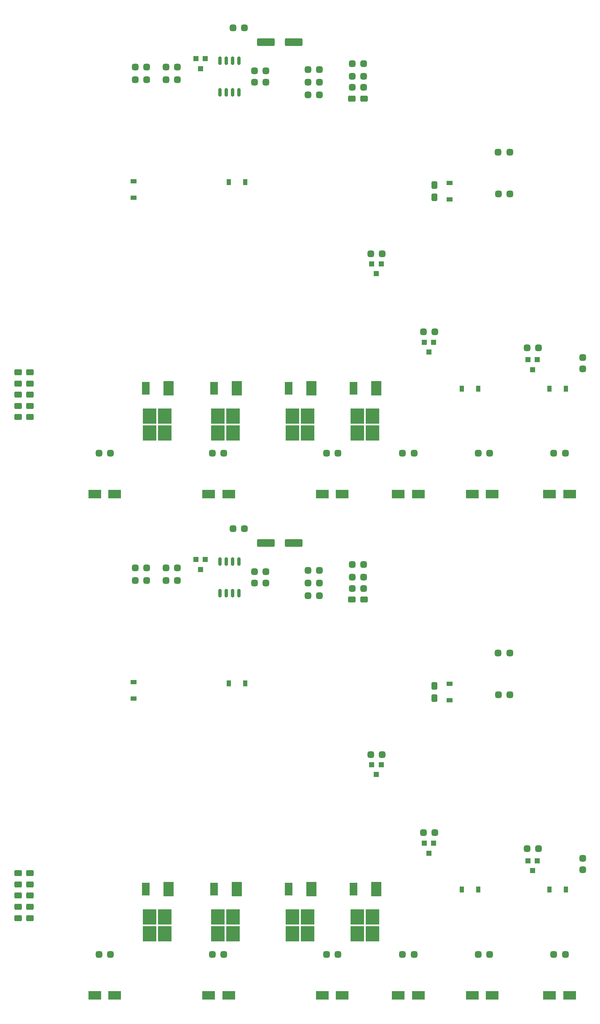
<source format=gbr>
%TF.GenerationSoftware,KiCad,Pcbnew,8.0.4*%
%TF.CreationDate,2024-11-04T15:16:17+09:00*%
%TF.ProjectId,L-CON V3.0,4c2d434f-4e20-4563-932e-302e6b696361,rev?*%
%TF.SameCoordinates,Original*%
%TF.FileFunction,Paste,Bot*%
%TF.FilePolarity,Positive*%
%FSLAX46Y46*%
G04 Gerber Fmt 4.6, Leading zero omitted, Abs format (unit mm)*
G04 Created by KiCad (PCBNEW 8.0.4) date 2024-11-04 15:16:17*
%MOMM*%
%LPD*%
G01*
G04 APERTURE LIST*
G04 Aperture macros list*
%AMRoundRect*
0 Rectangle with rounded corners*
0 $1 Rounding radius*
0 $2 $3 $4 $5 $6 $7 $8 $9 X,Y pos of 4 corners*
0 Add a 4 corners polygon primitive as box body*
4,1,4,$2,$3,$4,$5,$6,$7,$8,$9,$2,$3,0*
0 Add four circle primitives for the rounded corners*
1,1,$1+$1,$2,$3*
1,1,$1+$1,$4,$5*
1,1,$1+$1,$6,$7*
1,1,$1+$1,$8,$9*
0 Add four rect primitives between the rounded corners*
20,1,$1+$1,$2,$3,$4,$5,0*
20,1,$1+$1,$4,$5,$6,$7,0*
20,1,$1+$1,$6,$7,$8,$9,0*
20,1,$1+$1,$8,$9,$2,$3,0*%
G04 Aperture macros list end*
%ADD10RoundRect,0.325000X-0.325000X-0.325000X0.325000X-0.325000X0.325000X0.325000X-0.325000X0.325000X0*%
%ADD11RoundRect,0.312500X-0.437500X-0.312500X0.437500X-0.312500X0.437500X0.312500X-0.437500X0.312500X0*%
%ADD12RoundRect,0.325000X0.325000X0.325000X-0.325000X0.325000X-0.325000X-0.325000X0.325000X-0.325000X0*%
%ADD13R,0.900000X1.200000*%
%ADD14RoundRect,0.325000X0.325000X-0.325000X0.325000X0.325000X-0.325000X0.325000X-0.325000X-0.325000X0*%
%ADD15R,2.000000X3.000000*%
%ADD16R,1.500000X2.500000*%
%ADD17R,2.750000X3.050000*%
%ADD18RoundRect,0.325000X-0.325000X0.325000X-0.325000X-0.325000X0.325000X-0.325000X0.325000X0.325000X0*%
%ADD19R,1.000000X1.100000*%
%ADD20R,2.500000X1.800000*%
%ADD21R,1.200000X0.900000*%
%ADD22RoundRect,0.163800X0.136200X-0.711200X0.136200X0.711200X-0.136200X0.711200X-0.136200X-0.711200X0*%
%ADD23RoundRect,0.250000X-1.500000X-0.550000X1.500000X-0.550000X1.500000X0.550000X-1.500000X0.550000X0*%
%ADD24RoundRect,0.312500X0.312500X-0.437500X0.312500X0.437500X-0.312500X0.437500X-0.312500X-0.437500X0*%
G04 APERTURE END LIST*
D10*
%TO.C,R25*%
X129285000Y-204910000D03*
X126985000Y-204910000D03*
%TD*%
D11*
%TO.C,C6*%
X47955000Y-222060000D03*
X45555000Y-222060000D03*
%TD*%
D12*
%TO.C,R4*%
X112715000Y-151100000D03*
X115015000Y-151100000D03*
%TD*%
D10*
%TO.C,R34*%
X118715000Y-189260000D03*
X116415000Y-189260000D03*
%TD*%
D12*
%TO.C,R45*%
X88725000Y-143850000D03*
X91025000Y-143850000D03*
%TD*%
D13*
%TO.C,D16*%
X155625000Y-216350000D03*
X152325000Y-216350000D03*
%TD*%
D14*
%TO.C,R44*%
X95375000Y-152500000D03*
X95375000Y-154800000D03*
%TD*%
D10*
%TO.C,R12*%
X144345000Y-168830000D03*
X142045000Y-168830000D03*
%TD*%
D11*
%TO.C,C2*%
X115065000Y-158100000D03*
X112665000Y-158100000D03*
%TD*%
D10*
%TO.C,R2*%
X115015000Y-153600000D03*
X112715000Y-153600000D03*
%TD*%
D15*
%TO.C,Q2*%
X75760000Y-216243000D03*
D16*
X71194000Y-216243000D03*
D17*
X71955000Y-225225000D03*
X75005000Y-225225000D03*
X71955000Y-221875000D03*
X75005000Y-221875000D03*
%TD*%
D15*
%TO.C,Q7*%
X89487500Y-216243000D03*
D16*
X84921500Y-216243000D03*
D17*
X85682500Y-225225000D03*
X88732500Y-225225000D03*
X85682500Y-221875000D03*
X88732500Y-221875000D03*
%TD*%
D11*
%TO.C,C10*%
X47955000Y-213060000D03*
X45555000Y-213060000D03*
%TD*%
D12*
%TO.C,R15*%
X84625000Y-229350000D03*
X86925000Y-229350000D03*
%TD*%
D18*
%TO.C,R46*%
X93075000Y-154800000D03*
X93075000Y-152500000D03*
%TD*%
D13*
%TO.C,D14*%
X138025000Y-216350000D03*
X134725000Y-216350000D03*
%TD*%
D19*
%TO.C,Q4*%
X128135000Y-209020000D03*
X129085000Y-207020000D03*
X127185000Y-207020000D03*
%TD*%
D20*
%TO.C,D18*%
X156375000Y-237550000D03*
X152375000Y-237550000D03*
%TD*%
D12*
%TO.C,R28*%
X153225000Y-229350000D03*
X155525000Y-229350000D03*
%TD*%
%TO.C,R42*%
X103825000Y-154800000D03*
X106125000Y-154800000D03*
%TD*%
D15*
%TO.C,Q11*%
X104487500Y-216243000D03*
D16*
X99921500Y-216243000D03*
D17*
X100682500Y-225225000D03*
X103732500Y-225225000D03*
X100682500Y-221875000D03*
X103732500Y-221875000D03*
%TD*%
D20*
%TO.C,D3*%
X64975000Y-237550000D03*
X60975000Y-237550000D03*
%TD*%
%TO.C,D9*%
X87875000Y-237550000D03*
X83875000Y-237550000D03*
%TD*%
D10*
%TO.C,R10*%
X77570000Y-151775000D03*
X75270000Y-151775000D03*
%TD*%
D19*
%TO.C,D25*%
X82250000Y-152050000D03*
X83200000Y-150050000D03*
X81300000Y-150050000D03*
%TD*%
D11*
%TO.C,C7*%
X47955000Y-219810000D03*
X45555000Y-219810000D03*
%TD*%
%TO.C,C9*%
X47955000Y-215310000D03*
X45555000Y-215310000D03*
%TD*%
D10*
%TO.C,R39*%
X71400000Y-151775000D03*
X69100000Y-151775000D03*
%TD*%
D20*
%TO.C,D12*%
X110675000Y-237550000D03*
X106675000Y-237550000D03*
%TD*%
D12*
%TO.C,R6*%
X61825000Y-229350000D03*
X64125000Y-229350000D03*
%TD*%
D20*
%TO.C,D24*%
X140850000Y-237550000D03*
X136850000Y-237550000D03*
%TD*%
D21*
%TO.C,D7*%
X68750000Y-178000000D03*
X68750000Y-174700000D03*
%TD*%
D19*
%TO.C,Q17*%
X148975000Y-212550000D03*
X149925000Y-210550000D03*
X148025000Y-210550000D03*
%TD*%
D21*
%TO.C,D26*%
X132307500Y-175025000D03*
X132307500Y-178325000D03*
%TD*%
D22*
%TO.C,U4*%
X89980000Y-150475000D03*
X88710000Y-150475000D03*
X87440000Y-150475000D03*
X86170000Y-150475000D03*
X86170000Y-156825000D03*
X87440000Y-156825000D03*
X88710000Y-156825000D03*
X89980000Y-156825000D03*
%TD*%
D23*
%TO.C,C1*%
X100975000Y-146750000D03*
X95375000Y-146750000D03*
%TD*%
D19*
%TO.C,Q14*%
X117565000Y-193260000D03*
X118515000Y-191260000D03*
X116615000Y-191260000D03*
%TD*%
D10*
%TO.C,R35*%
X71400000Y-154275000D03*
X69100000Y-154275000D03*
%TD*%
%TO.C,R48*%
X144355000Y-177250000D03*
X142055000Y-177250000D03*
%TD*%
%TO.C,R3*%
X115015000Y-155850000D03*
X112715000Y-155850000D03*
%TD*%
D13*
%TO.C,D19*%
X87875000Y-174900000D03*
X91175000Y-174900000D03*
%TD*%
D12*
%TO.C,R41*%
X103825000Y-157340000D03*
X106125000Y-157340000D03*
%TD*%
D10*
%TO.C,R29*%
X150125000Y-208150000D03*
X147825000Y-208150000D03*
%TD*%
D12*
%TO.C,R43*%
X103825000Y-152260000D03*
X106125000Y-152260000D03*
%TD*%
D24*
%TO.C,C5*%
X129200000Y-175475000D03*
X129200000Y-177875000D03*
%TD*%
D12*
%TO.C,R23*%
X122825000Y-229350000D03*
X125125000Y-229350000D03*
%TD*%
D20*
%TO.C,D13*%
X125975000Y-237550000D03*
X121975000Y-237550000D03*
%TD*%
D18*
%TO.C,R11*%
X158995000Y-212370000D03*
X158995000Y-210070000D03*
%TD*%
D12*
%TO.C,R40*%
X138025000Y-229350000D03*
X140325000Y-229350000D03*
%TD*%
D11*
%TO.C,C8*%
X47955000Y-217560000D03*
X45555000Y-217560000D03*
%TD*%
D10*
%TO.C,R1*%
X77570000Y-154275000D03*
X75270000Y-154275000D03*
%TD*%
D15*
%TO.C,Q13*%
X117505000Y-216243000D03*
D16*
X112939000Y-216243000D03*
D17*
X113700000Y-225225000D03*
X116750000Y-225225000D03*
X113700000Y-221875000D03*
X116750000Y-221875000D03*
%TD*%
D12*
%TO.C,R22*%
X107525000Y-229350000D03*
X109825000Y-229350000D03*
%TD*%
D13*
%TO.C,D14*%
X138025000Y-115750000D03*
X134725000Y-115750000D03*
%TD*%
D15*
%TO.C,Q2*%
X75760000Y-115643000D03*
D16*
X71194000Y-115643000D03*
D17*
X71955000Y-124625000D03*
X75005000Y-124625000D03*
X71955000Y-121275000D03*
X75005000Y-121275000D03*
%TD*%
D10*
%TO.C,R2*%
X115015000Y-53000000D03*
X112715000Y-53000000D03*
%TD*%
D11*
%TO.C,C2*%
X115065000Y-57500000D03*
X112665000Y-57500000D03*
%TD*%
D19*
%TO.C,Q4*%
X128135000Y-108420000D03*
X129085000Y-106420000D03*
X127185000Y-106420000D03*
%TD*%
D15*
%TO.C,Q7*%
X89487500Y-115643000D03*
D16*
X84921500Y-115643000D03*
D17*
X85682500Y-124625000D03*
X88732500Y-124625000D03*
X85682500Y-121275000D03*
X88732500Y-121275000D03*
%TD*%
D10*
%TO.C,R12*%
X144345000Y-68230000D03*
X142045000Y-68230000D03*
%TD*%
D18*
%TO.C,R46*%
X93075000Y-54200000D03*
X93075000Y-51900000D03*
%TD*%
D12*
%TO.C,R15*%
X84625000Y-128750000D03*
X86925000Y-128750000D03*
%TD*%
D14*
%TO.C,R44*%
X95375000Y-51900000D03*
X95375000Y-54200000D03*
%TD*%
D13*
%TO.C,D16*%
X155625000Y-115750000D03*
X152325000Y-115750000D03*
%TD*%
D11*
%TO.C,C10*%
X47955000Y-112460000D03*
X45555000Y-112460000D03*
%TD*%
D10*
%TO.C,R25*%
X129285000Y-104310000D03*
X126985000Y-104310000D03*
%TD*%
D12*
%TO.C,R45*%
X88725000Y-43250000D03*
X91025000Y-43250000D03*
%TD*%
D10*
%TO.C,R34*%
X118715000Y-88660000D03*
X116415000Y-88660000D03*
%TD*%
D12*
%TO.C,R4*%
X112715000Y-50500000D03*
X115015000Y-50500000D03*
%TD*%
D11*
%TO.C,C6*%
X47955000Y-121460000D03*
X45555000Y-121460000D03*
%TD*%
D20*
%TO.C,D12*%
X110675000Y-136950000D03*
X106675000Y-136950000D03*
%TD*%
D10*
%TO.C,R39*%
X71400000Y-51175000D03*
X69100000Y-51175000D03*
%TD*%
D11*
%TO.C,C7*%
X47955000Y-119210000D03*
X45555000Y-119210000D03*
%TD*%
%TO.C,C9*%
X47955000Y-114710000D03*
X45555000Y-114710000D03*
%TD*%
D19*
%TO.C,D25*%
X82250000Y-51450000D03*
X83200000Y-49450000D03*
X81300000Y-49450000D03*
%TD*%
D21*
%TO.C,D7*%
X68750000Y-77400000D03*
X68750000Y-74100000D03*
%TD*%
D10*
%TO.C,R10*%
X77570000Y-51175000D03*
X75270000Y-51175000D03*
%TD*%
D20*
%TO.C,D24*%
X140850000Y-136950000D03*
X136850000Y-136950000D03*
%TD*%
D12*
%TO.C,R6*%
X61825000Y-128750000D03*
X64125000Y-128750000D03*
%TD*%
D15*
%TO.C,Q11*%
X104487500Y-115643000D03*
D16*
X99921500Y-115643000D03*
D17*
X100682500Y-124625000D03*
X103732500Y-124625000D03*
X100682500Y-121275000D03*
X103732500Y-121275000D03*
%TD*%
D20*
%TO.C,D9*%
X87875000Y-136950000D03*
X83875000Y-136950000D03*
%TD*%
D12*
%TO.C,R28*%
X153225000Y-128750000D03*
X155525000Y-128750000D03*
%TD*%
%TO.C,R42*%
X103825000Y-54200000D03*
X106125000Y-54200000D03*
%TD*%
D20*
%TO.C,D18*%
X156375000Y-136950000D03*
X152375000Y-136950000D03*
%TD*%
%TO.C,D3*%
X64975000Y-136950000D03*
X60975000Y-136950000D03*
%TD*%
%TO.C,D13*%
X125975000Y-136950000D03*
X121975000Y-136950000D03*
%TD*%
D24*
%TO.C,C5*%
X129200000Y-74875000D03*
X129200000Y-77275000D03*
%TD*%
D10*
%TO.C,R1*%
X77570000Y-53675000D03*
X75270000Y-53675000D03*
%TD*%
D12*
%TO.C,R40*%
X138025000Y-128750000D03*
X140325000Y-128750000D03*
%TD*%
%TO.C,R23*%
X122825000Y-128750000D03*
X125125000Y-128750000D03*
%TD*%
%TO.C,R41*%
X103825000Y-56740000D03*
X106125000Y-56740000D03*
%TD*%
D10*
%TO.C,R29*%
X150125000Y-107550000D03*
X147825000Y-107550000D03*
%TD*%
D13*
%TO.C,D19*%
X87875000Y-74300000D03*
X91175000Y-74300000D03*
%TD*%
D12*
%TO.C,R43*%
X103825000Y-51660000D03*
X106125000Y-51660000D03*
%TD*%
D10*
%TO.C,R3*%
X115015000Y-55250000D03*
X112715000Y-55250000D03*
%TD*%
%TO.C,R48*%
X144355000Y-76650000D03*
X142055000Y-76650000D03*
%TD*%
%TO.C,R35*%
X71400000Y-53675000D03*
X69100000Y-53675000D03*
%TD*%
D11*
%TO.C,C8*%
X47955000Y-116960000D03*
X45555000Y-116960000D03*
%TD*%
D19*
%TO.C,Q14*%
X117565000Y-92660000D03*
X118515000Y-90660000D03*
X116615000Y-90660000D03*
%TD*%
D18*
%TO.C,R11*%
X158995000Y-111770000D03*
X158995000Y-109470000D03*
%TD*%
D19*
%TO.C,Q17*%
X148975000Y-111950000D03*
X149925000Y-109950000D03*
X148025000Y-109950000D03*
%TD*%
D23*
%TO.C,C1*%
X100975000Y-46150000D03*
X95375000Y-46150000D03*
%TD*%
D22*
%TO.C,U4*%
X89980000Y-49875000D03*
X88710000Y-49875000D03*
X87440000Y-49875000D03*
X86170000Y-49875000D03*
X86170000Y-56225000D03*
X87440000Y-56225000D03*
X88710000Y-56225000D03*
X89980000Y-56225000D03*
%TD*%
D21*
%TO.C,D26*%
X132307500Y-74425000D03*
X132307500Y-77725000D03*
%TD*%
D15*
%TO.C,Q13*%
X117505000Y-115643000D03*
D16*
X112939000Y-115643000D03*
D17*
X113700000Y-124625000D03*
X116750000Y-124625000D03*
X113700000Y-121275000D03*
X116750000Y-121275000D03*
%TD*%
D12*
%TO.C,R22*%
X107525000Y-128750000D03*
X109825000Y-128750000D03*
%TD*%
M02*

</source>
